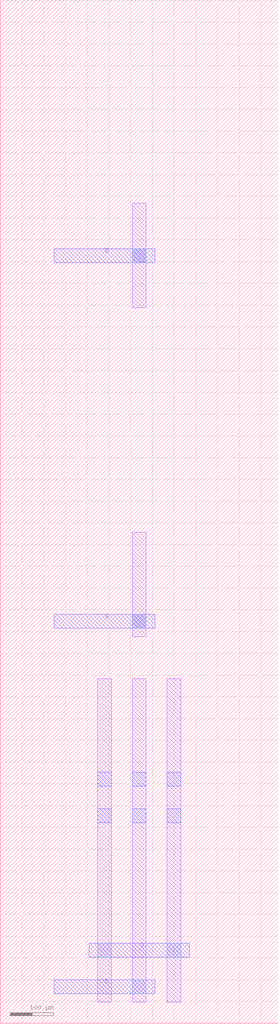
<source format=lef>
MACRO NMOS_4T_21841201_X1_Y1
  UNITS 
    DATABASE MICRONS UNITS 1000;
  END UNITS 
  ORIGIN 0 0 ;
  FOREIGN NMOS_4T_21841201_X1_Y1 0 0 ;
  SIZE 640 BY 2352 ;
  PIN B
    DIRECTION INOUT ;
    USE SIGNAL ;
    PORT
      LAYER M2 ;
        RECT 124 1748 356 1780 ;
    END
  END B
  PIN D
    DIRECTION INOUT ;
    USE SIGNAL ;
    PORT
      LAYER M2 ;
        RECT 124 68 356 100 ;
    END
  END D
  PIN G
    DIRECTION INOUT ;
    USE SIGNAL ;
    PORT
      LAYER M2 ;
        RECT 124 908 356 940 ;
    END
  END G
  PIN S
    DIRECTION INOUT ;
    USE SIGNAL ;
    PORT
      LAYER M2 ;
        RECT 204 152 436 184 ;
    END
  END S
  OBS
    LAYER M1 ;
      RECT 304 48 336 792 ;
    LAYER M1 ;
      RECT 304 888 336 1128 ;
    LAYER M1 ;
      RECT 304 1644 336 1884 ;
    LAYER M1 ;
      RECT 224 48 256 792 ;
    LAYER M1 ;
      RECT 384 48 416 792 ;
    LAYER V1 ;
      RECT 304 68 336 100 ;
    LAYER V1 ;
      RECT 304 908 336 940 ;
    LAYER V1 ;
      RECT 304 1748 336 1780 ;
    LAYER V1 ;
      RECT 224 152 256 184 ;
    LAYER V1 ;
      RECT 384 152 416 184 ;
    LAYER V0 ;
      RECT 304 461 336 493 ;
    LAYER V0 ;
      RECT 304 545 336 577 ;
    LAYER V0 ;
      RECT 304 908 336 940 ;
    LAYER V0 ;
      RECT 304 1748 336 1780 ;
    LAYER V0 ;
      RECT 224 461 256 493 ;
    LAYER V0 ;
      RECT 224 545 256 577 ;
    LAYER V0 ;
      RECT 384 461 416 493 ;
    LAYER V0 ;
      RECT 384 545 416 577 ;
  END
END NMOS_4T_21841201_X1_Y1

</source>
